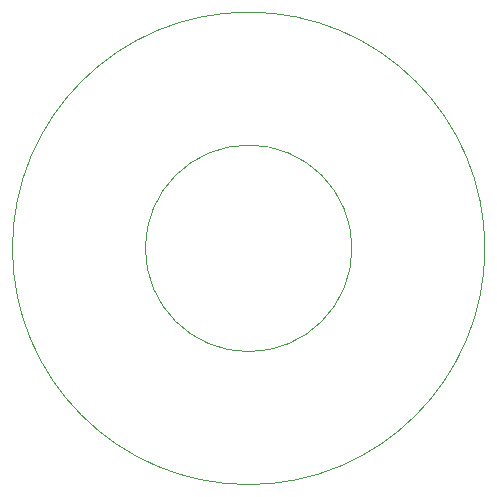
<source format=gbr>
%TF.GenerationSoftware,KiCad,Pcbnew,7.0.10-7.0.10~ubuntu20.04.1*%
%TF.CreationDate,2024-03-10T21:21:06+02:00*%
%TF.ProjectId,ReceiverSampleBoard,52656365-6976-4657-9253-616d706c6542,rev?*%
%TF.SameCoordinates,Original*%
%TF.FileFunction,Profile,NP*%
%FSLAX46Y46*%
G04 Gerber Fmt 4.6, Leading zero omitted, Abs format (unit mm)*
G04 Created by KiCad (PCBNEW 7.0.10-7.0.10~ubuntu20.04.1) date 2024-03-10 21:21:06*
%MOMM*%
%LPD*%
G01*
G04 APERTURE LIST*
%TA.AperFunction,Profile*%
%ADD10C,0.100000*%
%TD*%
G04 APERTURE END LIST*
D10*
X120000000Y-100000000D02*
G75*
G03*
X80000000Y-100000000I-20000000J0D01*
G01*
X80000000Y-100000000D02*
G75*
G03*
X120000000Y-100000000I20000000J0D01*
G01*
X108750000Y-100000000D02*
G75*
G03*
X91250000Y-100000000I-8750000J0D01*
G01*
X91250000Y-100000000D02*
G75*
G03*
X108750000Y-100000000I8750000J0D01*
G01*
M02*

</source>
